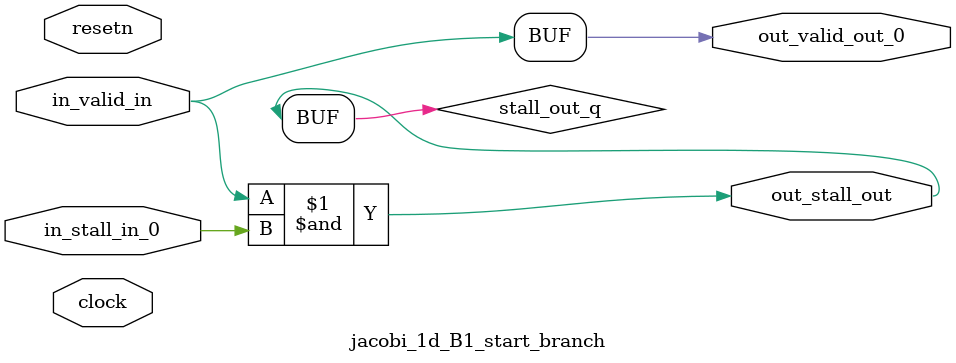
<source format=sv>



(* altera_attribute = "-name AUTO_SHIFT_REGISTER_RECOGNITION OFF; -name MESSAGE_DISABLE 10036; -name MESSAGE_DISABLE 10037; -name MESSAGE_DISABLE 14130; -name MESSAGE_DISABLE 14320; -name MESSAGE_DISABLE 15400; -name MESSAGE_DISABLE 14130; -name MESSAGE_DISABLE 10036; -name MESSAGE_DISABLE 12020; -name MESSAGE_DISABLE 12030; -name MESSAGE_DISABLE 12010; -name MESSAGE_DISABLE 12110; -name MESSAGE_DISABLE 14320; -name MESSAGE_DISABLE 13410; -name MESSAGE_DISABLE 113007; -name MESSAGE_DISABLE 10958" *)
module jacobi_1d_B1_start_branch (
    input wire [0:0] in_stall_in_0,
    input wire [0:0] in_valid_in,
    output wire [0:0] out_stall_out,
    output wire [0:0] out_valid_out_0,
    input wire clock,
    input wire resetn
    );

    wire [0:0] stall_out_q;


    // stall_out(LOGICAL,6)
    assign stall_out_q = in_valid_in & in_stall_in_0;

    // out_stall_out(GPOUT,4)
    assign out_stall_out = stall_out_q;

    // out_valid_out_0(GPOUT,5)
    assign out_valid_out_0 = in_valid_in;

endmodule

</source>
